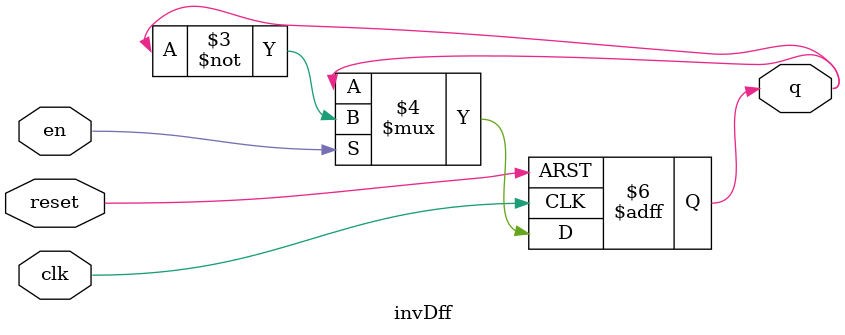
<source format=sv>
`timescale 1ns / 1ps


module invDff (
  input logic clk,
  input logic reset,
  input logic en,
  output logic q
);

  always_ff @(posedge clk or  negedge reset) begin
    if (!reset)
      q <= 0; // Reset the flip-flop
    else if (en)
      q <= ~q; // Store the value of D on the rising edge of the clock

  end

endmodule

</source>
